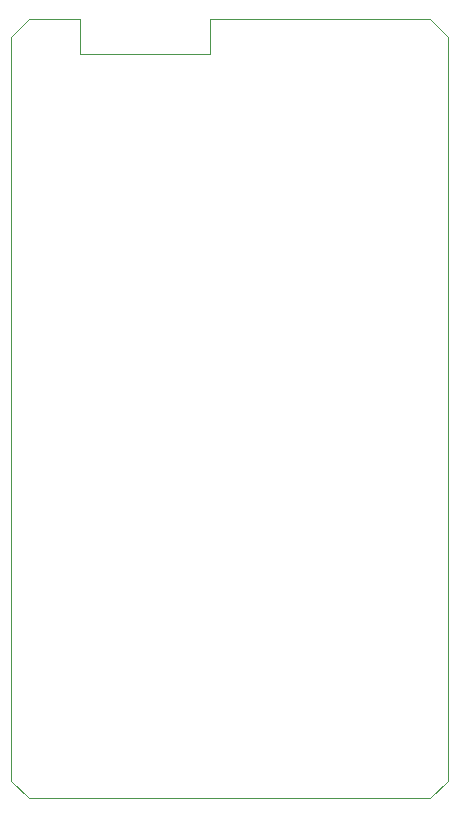
<source format=gko>
%FSLAX46Y46*%
%MOMM*%
%ADD10C,0.010000*%
G01*
G01*
%LPD*%
D10*
X17000000Y-2500000D02*
X-17000000Y-2500000D01*
D10*
X-17000000Y-2500000D02*
X-18500000Y-1000000D01*
D10*
X-18500000Y-1000000D02*
X-18500000Y62000000D01*
D10*
X-18500000Y62000000D02*
X-17000000Y63500000D01*
D10*
X-17000000Y63500000D02*
X-12625000Y63500000D01*
D10*
X-12625000Y63500000D02*
X-12625000Y60500000D01*
D10*
X-12625000Y60500000D02*
X-1625000Y60500000D01*
D10*
X-1625000Y60500000D02*
X-1625000Y63500000D01*
D10*
X-1625000Y63500000D02*
X17000000Y63500000D01*
D10*
X17000000Y63500000D02*
X18500000Y62000000D01*
D10*
X18500000Y62000000D02*
X18500000Y-1000000D01*
D10*
X18500000Y-1000000D02*
X17000000Y-2500000D01*
G75*
M02*

</source>
